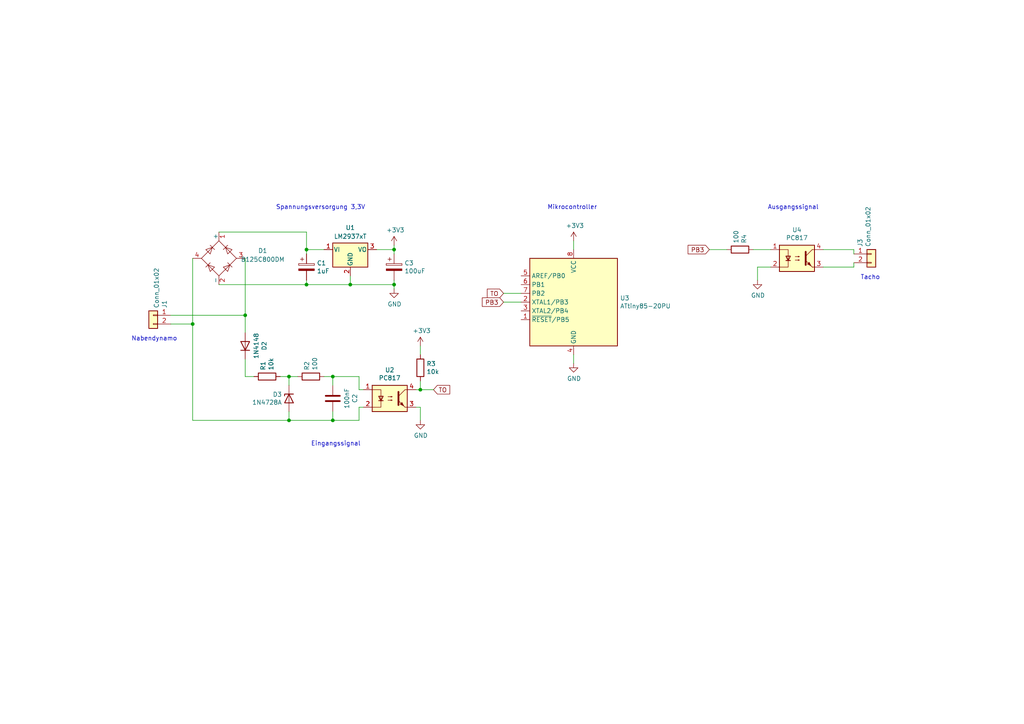
<source format=kicad_sch>
(kicad_sch (version 20230121) (generator eeschema)
  (paper "A4")
  (title_block (title "odoconv") (date "2023-08-09") (rev "1.0") (company "movatica"))
  (lib_symbols
    (symbol "Connector_Generic:Conn_01x02" (pin_names (offset 1.016) hide)
      (property "Reference" "J" (at 0 2.54 0))
      (property "Value" "Conn_01x02" (at 0 -5.08 0))
      (symbol "Conn_01x02_1_1"
        (rectangle (start -1.27 -2.413) (end 0 -2.667) (stroke (width 0.1524)))
        (rectangle (start -1.27 0.127) (end 0 -0.127) (stroke (width 0.1524)))
        (rectangle (start -1.27 1.27) (end 1.27 -3.81) (stroke (width 0.254)) (fill (type background)))
        (pin passive line (at -5.08 0 0) (length 3.81) (name "Pin_1") (number "1"))
        (pin passive line (at -5.08 -2.54 0) (length 3.81) (name "Pin_2") (number "2"))
      )
    )
    (symbol "Device:C" (pin_numbers hide) (pin_names (offset 0.254))
      (property "Reference" "C" (at 0.635 2.54 0))
      (property "Value" "C" (at 0.635 -2.54 0))
      (symbol "C_0_1"
        (polyline (pts (xy -2.032 -0.762) (xy 2.032 -0.762)) (stroke (width 0.508)))
        (polyline (pts (xy -2.032 0.762) (xy 2.032 0.762)) (stroke (width 0.508)))
      )
      (symbol "C_1_1"
        (pin passive line (at 0 3.81 270) (length 2.794) (name "~") (number "1"))
        (pin passive line (at 0 -3.81 90) (length 2.794) (name "~") (number "2"))
      )
    )
    (symbol "Device:CP" (pin_numbers hide) (pin_names (offset 0.254))
      (property "Reference" "C" (at 0.635 2.54 0))
      (property "Value" "Device_CP" (at 0.635 -2.54 0))
      (symbol "CP_0_1"
        (rectangle (start -2.286 0.508) (end 2.286 1.016))
        (polyline (pts (xy -1.778 2.286) (xy -0.762 2.286)))
        (polyline (pts (xy -1.27 2.794) (xy -1.27 1.778)))
        (rectangle (start 2.286 -0.508) (end -2.286 -1.016) (fill (type outline)))
      )
      (symbol "CP_1_1"
        (pin passive line (at 0 3.81 270) (length 2.794) (name "~") (number "1"))
        (pin passive line (at 0 -3.81 90) (length 2.794) (name "~") (number "2"))
      )
    )
    (symbol "Device:R" (pin_numbers hide) (pin_names (offset 0))
      (property "Reference" "R" (at 2.032 0 90))
      (property "Value" "R" (at 0 0 90))
      (symbol "R_0_1"
        (rectangle (start -1.016 -2.54) (end 1.016 2.54) (stroke (width 0.254)))
      )
      (symbol "R_1_1"
        (pin passive line (at 0 3.81 270) (length 1.27) (name "~") (number "1"))
        (pin passive line (at 0 -3.81 90) (length 1.27) (name "~") (number "2"))
      )
    )
    (symbol "Diode:1N4148" (pin_numbers hide) (pin_names (offset 1.016) hide)
      (property "Reference" "D" (at 0 2.54 0))
      (property "Value" "1N4148" (at 0 -2.54 0))
      (symbol "1N4148_0_1"
        (polyline (pts (xy -1.27 1.27) (xy -1.27 -1.27)) (stroke (width 0.254)))
        (polyline (pts (xy 1.27 0) (xy -1.27 0)))
        (polyline (pts (xy 1.27 1.27) (xy 1.27 -1.27) (xy -1.27 0) (xy 1.27 1.27)) (stroke (width 0.254)))
      )
      (symbol "1N4148_1_1"
        (pin passive line (at -3.81 0 0) (length 2.54) (name "K") (number "1"))
        (pin passive line (at 3.81 0 180) (length 2.54) (name "A") (number "2"))
      )
    )
    (symbol "Diode:1N47xxA" (pin_numbers hide) (pin_names (offset 1.016) hide)
      (property "Reference" "D" (at 0 2.54 0))
      (property "Value" "1N47xxA" (at 0 -2.54 0))
      (symbol "1N47xxA_0_1"
        (polyline (pts (xy 1.27 0) (xy -1.27 0)))
        (polyline (pts (xy -1.27 -1.27) (xy -1.27 1.27) (xy -0.762 1.27)) (stroke (width 0.254)))
        (polyline (pts (xy 1.27 -1.27) (xy 1.27 1.27) (xy -1.27 0) (xy 1.27 -1.27)) (stroke (width 0.254)))
      )
      (symbol "1N47xxA_1_1"
        (pin passive line (at -3.81 0 0) (length 2.54) (name "K") (number "1"))
        (pin passive line (at 3.81 0 180) (length 2.54) (name "A") (number "2"))
      )
    )
    (symbol "Diode_Bridge:B125C800DM" (pin_names (offset 0))
      (property "Reference" "D" (at 2.54 6.985 0))
      (property "Value" "B125C800DM" (at 2.54 5.08 0))
      (symbol "B125C800DM_0_1"
        (polyline (pts (xy -2.54 3.81) (xy -1.27 2.54)))
        (polyline (pts (xy -1.27 -2.54) (xy -2.54 -3.81)))
        (polyline (pts (xy 2.54 -1.27) (xy 3.81 -2.54)))
        (polyline (pts (xy 2.54 1.27) (xy 3.81 2.54)))
        (polyline (pts (xy -3.81 2.54) (xy -2.54 1.27) (xy -1.905 3.175) (xy -3.81 2.54)))
        (polyline (pts (xy -2.54 -1.27) (xy -3.81 -2.54) (xy -1.905 -3.175) (xy -2.54 -1.27)))
        (polyline (pts (xy 1.27 2.54) (xy 2.54 3.81) (xy 3.175 1.905) (xy 1.27 2.54)))
        (polyline (pts (xy 3.175 -1.905) (xy 1.27 -2.54) (xy 2.54 -3.81) (xy 3.175 -1.905)))
        (polyline (pts (xy -5.08 0) (xy 0 -5.08) (xy 5.08 0) (xy 0 5.08) (xy -5.08 0)))
      )
      (symbol "B125C800DM_1_1"
        (pin passive line (at 7.62 0 180) (length 2.54) (name "+") (number "1"))
        (pin passive line (at -7.62 0 0) (length 2.54) (name "-") (number "2"))
        (pin passive line (at 0 -7.62 90) (length 2.54) (name "~") (number "3"))
        (pin passive line (at 0 7.62 270) (length 2.54) (name "~") (number "4"))
      )
    )
    (symbol "Isolator:PC817" (pin_names (offset 1.016))
      (property "Reference" "U" (at -5.08 5.08 0))
      (property "Value" "PC817" (at 0 5.08 0))
      (symbol "PC817_0_1"
        (rectangle (start -5.08 3.81) (end 5.08 -3.81) (stroke (width 0.254)) (fill (type background)))
        (polyline (pts (xy -3.175 -0.635) (xy -1.905 -0.635)) (stroke (width 0.254)))
        (polyline (pts (xy 2.54 0.635) (xy 4.445 2.54)))
        (polyline (pts (xy 4.445 -2.54) (xy 2.54 -0.635)) (fill (type outline)))
        (polyline (pts (xy 4.445 -2.54) (xy 5.08 -2.54)))
        (polyline (pts (xy 4.445 2.54) (xy 5.08 2.54)))
        (polyline (pts (xy -5.08 2.54) (xy -2.54 2.54) (xy -2.54 -0.635)))
        (polyline (pts (xy -2.54 -0.635) (xy -2.54 -2.54) (xy -5.08 -2.54)))
        (polyline (pts (xy 2.54 1.905) (xy 2.54 -1.905) (xy 2.54 -1.905)) (stroke (width 0.508)))
        (polyline (pts (xy -2.54 -0.635) (xy -3.175 0.635) (xy -1.905 0.635) (xy -2.54 -0.635)) (stroke (width 0.254)))
        (polyline (pts (xy -0.508 -0.508) (xy 0.762 -0.508) (xy 0.381 -0.635) (xy 0.381 -0.381) (xy 0.762 -0.508)))
        (polyline (pts (xy -0.508 0.508) (xy 0.762 0.508) (xy 0.381 0.381) (xy 0.381 0.635) (xy 0.762 0.508)))
        (polyline (pts (xy 3.048 -1.651) (xy 3.556 -1.143) (xy 4.064 -2.159) (xy 3.048 -1.651) (xy 3.048 -1.651)) (fill (type outline)))
      )
      (symbol "PC817_1_1"
        (pin passive line (at -7.62 2.54 0) (length 2.54) (name "~") (number "1"))
        (pin passive line (at -7.62 -2.54 0) (length 2.54) (name "~") (number "2"))
        (pin passive line (at 7.62 -2.54 180) (length 2.54) (name "~") (number "3"))
        (pin passive line (at 7.62 2.54 180) (length 2.54) (name "~") (number "4"))
      )
    )
    (symbol "MCU_Microchip_ATtiny:ATtiny85-20PU"
      (property "Reference" "U" (at -12.7 13.97 0))
      (property "Value" "MCU_Microchip_ATtiny_ATtiny85-20PU" (at 2.54 -13.97 0))
      (symbol "ATtiny85-20PU_0_1"
        (rectangle (start -12.7 -12.7) (end 12.7 12.7) (stroke (width 0.254)) (fill (type background)))
      )
      (symbol "ATtiny85-20PU_1_1"
        (pin bidirectional line (at 15.24 -5.08 180) (length 2.54) (name "~{RESET}/PB5") (number "1"))
        (pin bidirectional line (at 15.24 0 180) (length 2.54) (name "XTAL1/PB3") (number "2"))
        (pin bidirectional line (at 15.24 -2.54 180) (length 2.54) (name "XTAL2/PB4") (number "3"))
        (pin power_in line (at 0 -15.24 90) (length 2.54) (name "GND") (number "4"))
        (pin bidirectional line (at 15.24 7.62 180) (length 2.54) (name "AREF/PB0") (number "5"))
        (pin bidirectional line (at 15.24 5.08 180) (length 2.54) (name "PB1") (number "6"))
        (pin bidirectional line (at 15.24 2.54 180) (length 2.54) (name "PB2") (number "7"))
        (pin power_in line (at 0 15.24 270) (length 2.54) (name "VCC") (number "8"))
      )
    )
    (symbol "Regulator_Linear:LM2937xT" (pin_names (offset 0.254))
      (property "Reference" "U" (at -3.81 3.175 0))
      (property "Value" "LM2937xT" (at 0 3.175 0))
      (symbol "LM2937xT_0_1"
        (rectangle (start -5.08 1.905) (end 5.08 -5.08) (stroke (width 0.254)) (fill (type background)))
      )
      (symbol "LM2937xT_1_1"
        (pin power_in line (at -7.62 0 0) (length 2.54) (name "VI") (number "1"))
        (pin power_in line (at 0 -7.62 90) (length 2.54) (name "GND") (number "2"))
        (pin power_out line (at 7.62 0 180) (length 2.54) (name "VO") (number "3"))
      )
    )
    (symbol "power:+3V3" (power) (pin_names (offset 0))
      (property "Value" "+3V3" (at 0 3.556 0))
      (symbol "+3V3_0_1"
        (polyline (pts (xy -0.762 1.27) (xy 0 2.54)))
        (polyline (pts (xy 0 0) (xy 0 2.54)))
        (polyline (pts (xy 0 2.54) (xy 0.762 1.27)))
      )
      (symbol "+3V3_1_1"
        (pin power_in line (at 0 0 90) (length 0) hide (name "+3V3") (number "1"))
      )
    )
    (symbol "power:GND" (power) (pin_names (offset 0))
      (property "Value" "GND" (at 0 -3.81 0))
      (symbol "GND_0_1"
        (polyline (pts (xy 0 0) (xy 0 -1.27) (xy 1.27 -1.27) (xy 0 -2.54) (xy -1.27 -1.27) (xy 0 -1.27)))
      )
      (symbol "GND_1_1"
        (pin power_in line (at 0 0 270) (length 0) hide (name "GND") (number "1"))
      )
    )
  )
  (junction (at 88.9 82.55))
  (junction (at 96.52 109.22))
  (junction (at 114.3 82.55))
  (junction (at 88.9 72.39))
  (junction (at 83.82 121.92))
  (junction (at 101.6 82.55))
  (junction (at 114.3 72.39))
  (junction (at 96.52 121.92))
  (junction (at 121.92 113.03))
  (junction (at 83.82 109.22))
  (junction (at 55.88 93.98))
  (junction (at 71.12 91.44))
  (wire (pts (xy 83.82 121.92) (xy 55.88 121.92)))
  (wire (pts (xy 104.14 109.22) (xy 104.14 113.03)))
  (wire (pts (xy 88.9 82.55) (xy 101.6 82.55)))
  (wire (pts (xy 114.3 72.39) (xy 114.3 73.66)))
  (wire (pts (xy 71.12 104.14) (xy 71.12 109.22)))
  (wire (pts (xy 83.82 111.76) (xy 83.82 109.22)))
  (wire (pts (xy 83.82 121.92) (xy 96.52 121.92)))
  (wire (pts (xy 101.6 82.55) (xy 114.3 82.55)))
  (wire (pts (xy 238.76 77.47) (xy 247.65 77.47)))
  (wire (pts (xy 96.52 121.92) (xy 104.14 121.92)))
  (wire (pts (xy 81.28 109.22) (xy 83.82 109.22)))
  (wire (pts (xy 151.13 87.63) (xy 146.05 87.63)))
  (wire (pts (xy 55.88 74.93) (xy 55.88 93.98)))
  (wire (pts (xy 114.3 71.12) (xy 114.3 72.39)))
  (wire (pts (xy 151.13 85.09) (xy 146.05 85.09)))
  (wire (pts (xy 121.92 110.49) (xy 121.92 113.03)))
  (wire (pts (xy 83.82 119.38) (xy 83.82 121.92)))
  (wire (pts (xy 63.5 67.31) (xy 88.9 67.31)))
  (wire (pts (xy 121.92 113.03) (xy 120.65 113.03)))
  (wire (pts (xy 166.37 102.87) (xy 166.37 105.41)))
  (wire (pts (xy 205.74 72.39) (xy 210.82 72.39)))
  (wire (pts (xy 121.92 121.92) (xy 121.92 118.11)))
  (wire (pts (xy 109.22 72.39) (xy 114.3 72.39)))
  (wire (pts (xy 96.52 109.22) (xy 96.52 111.76)))
  (wire (pts (xy 71.12 74.93) (xy 71.12 91.44)))
  (wire (pts (xy 114.3 82.55) (xy 114.3 81.28)))
  (wire (pts (xy 71.12 109.22) (xy 73.66 109.22)))
  (wire (pts (xy 88.9 82.55) (xy 88.9 81.28)))
  (wire (pts (xy 55.88 93.98) (xy 55.88 121.92)))
  (wire (pts (xy 121.92 113.03) (xy 125.73 113.03)))
  (wire (pts (xy 104.14 118.11) (xy 105.41 118.11)))
  (wire (pts (xy 88.9 72.39) (xy 93.98 72.39)))
  (wire (pts (xy 247.65 77.47) (xy 247.65 76.2)))
  (wire (pts (xy 71.12 91.44) (xy 71.12 96.52)))
  (wire (pts (xy 247.65 73.66) (xy 247.65 72.39)))
  (wire (pts (xy 247.65 72.39) (xy 238.76 72.39)))
  (wire (pts (xy 101.6 82.55) (xy 101.6 80.01)))
  (wire (pts (xy 88.9 72.39) (xy 88.9 67.31)))
  (wire (pts (xy 83.82 109.22) (xy 86.36 109.22)))
  (wire (pts (xy 49.53 93.98) (xy 55.88 93.98)))
  (wire (pts (xy 104.14 113.03) (xy 105.41 113.03)))
  (wire (pts (xy 96.52 109.22) (xy 104.14 109.22)))
  (wire (pts (xy 104.14 118.11) (xy 104.14 121.92)))
  (wire (pts (xy 96.52 119.38) (xy 96.52 121.92)))
  (wire (pts (xy 121.92 100.33) (xy 121.92 102.87)))
  (wire (pts (xy 218.44 72.39) (xy 223.52 72.39)))
  (wire (pts (xy 49.53 91.44) (xy 71.12 91.44)))
  (wire (pts (xy 63.5 82.55) (xy 88.9 82.55)))
  (wire (pts (xy 114.3 83.82) (xy 114.3 82.55)))
  (wire (pts (xy 121.92 118.11) (xy 120.65 118.11)))
  (wire (pts (xy 166.37 69.85) (xy 166.37 72.39)))
  (wire (pts (xy 93.98 109.22) (xy 96.52 109.22)))
  (wire (pts (xy 223.52 77.47) (xy 219.71 77.47)))
  (wire (pts (xy 88.9 72.39) (xy 88.9 73.66)))
  (wire (pts (xy 219.71 77.47) (xy 219.71 81.28)))
  (text "Spannungsversorgung 3,3V" (at 80.01 60.96 0) (effects (font (size 1.27 1.27)) (justify left bottom)))
  (text "Ausgangssignal" (at 237.49 60.96 0) (effects (font (size 1.27 1.27)) (justify right bottom)))
  (text "Nabendynamo" (at 38.1 99.06 0) (effects (font (size 1.27 1.27)) (justify left bottom)))
  (text "Eingangssignal" (at 90.17 129.54 0) (effects (font (size 1.27 1.27)) (justify left bottom)))
  (text "Mikrocontroller" (at 158.75 60.96 0) (effects (font (size 1.27 1.27)) (justify left bottom)))
  (text "Tacho" (at 255.27 81.28 0) (effects (font (size 1.27 1.27)) (justify right bottom)))
  (global_label "PB3" (shape input) (at 205.74 72.39 180) (property "Intersheetrefs" "${INTERSHEET_REFS}" (effects hide)) (property "Referenzen zwischen Schaltplänen" "${INTERSHEET_REFS}" (effects hide)))
  (global_label "TO" (shape input) (at 125.73 113.03 0) (property "Intersheetrefs" "${INTERSHEET_REFS}" (effects hide)) (property "Referenzen zwischen Schaltplänen" "${INTERSHEET_REFS}" (effects hide)))
  (global_label "PB3" (shape input) (at 146.05 87.63 180) (property "Intersheetrefs" "${INTERSHEET_REFS}" (effects hide)) (property "Referenzen zwischen Schaltplänen" "${INTERSHEET_REFS}" (effects hide)))
  (global_label "TO" (shape input) (at 146.05 85.09 180) (property "Intersheetrefs" "${INTERSHEET_REFS}" (effects hide)) (property "Referenzen zwischen Schaltplänen" "${INTERSHEET_REFS}" (effects hide)))
  (symbol (lib_id "MCU_Microchip_ATtiny:ATtiny85-20PU") (at 166.37 87.63 0) (mirror y) (unit 1)
    (property "Reference" "U3" (at 179.832 86.4616 0) (effects (justify right)))
    (property "Value" "ATtiny85-20PU" (at 179.832 88.773 0) (effects (justify right)))
    (property "Footprint" "Package_DIP:DIP-8_W7.62mm" (effects hide))
    (property "Datasheet" "http://ww1.microchip.com/downloads/en/DeviceDoc/atmel-2586-avr-8-bit-microcontroller-attiny25-attiny45-attiny85_datasheet.pdf" (effects hide))
  )
  (symbol (lib_id "Device:R") (at 77.47 109.22 90) (unit 1)
    (property "Reference" "R1" (at 76.3016 107.442 0) (effects (justify left)))
    (property "Value" "10k" (at 78.613 107.442 0) (effects (justify left)))
    (property "Footprint" "Resistor_SMD:R_0805_2012Metric_Pad1.20x1.40mm_HandSolder" (effects hide))
  )
  (symbol (lib_id "Device:C") (at 96.52 115.57 0) (unit 1)
    (property "Reference" "C2" (at 102.9208 115.57 90))
    (property "Value" "100nF" (at 100.6094 115.57 90))
    (property "Footprint" "Capacitor_SMD:C_0805_2012Metric_Pad1.18x1.45mm_HandSolder" (effects hide))
  )
  (symbol (lib_id "power:+3V3") (at 166.37 69.85 0) (unit 1)
    (property "Reference" "#PWR05" (effects hide))
    (property "Value" "+3V3" (at 166.751 65.4558 0))
  )
  (symbol (lib_id "power:GND") (at 166.37 105.41 0) (unit 1)
    (property "Reference" "#PWR06" (effects hide))
    (property "Value" "GND" (at 166.497 109.8042 0))
  )
  (symbol (lib_id "Device:R") (at 90.17 109.22 90) (unit 1)
    (property "Reference" "R2" (at 89.0016 107.442 0) (effects (justify left)))
    (property "Value" "100" (at 91.313 107.442 0) (effects (justify left)))
    (property "Footprint" "Resistor_SMD:R_0805_2012Metric_Pad1.20x1.40mm_HandSolder" (effects hide))
  )
  (symbol (lib_id "Connector_Generic:Conn_01x02") (at 252.73 73.66 0) (unit 1)
    (property "Reference" "J3" (at 249.4788 71.628 90) (effects (justify left)))
    (property "Value" "Conn_01x02" (at 251.7902 71.628 90) (effects (justify left)))
    (property "Footprint" "Connector_PinHeader_2.54mm:PinHeader_1x02_P2.54mm_Vertical" (effects hide))
  )
  (symbol (lib_id "Isolator:PC817") (at 113.03 115.57 0) (unit 1)
    (property "Reference" "U2" (at 113.03 107.315 0))
    (property "Value" "PC817" (at 113.03 109.6264 0))
    (property "Footprint" "Package_DIP:DIP-4_W7.62mm" (effects hide))
    (property "Datasheet" "http://www.soselectronic.cz/a_info/resource/d/pc817.pdf" (effects hide))
  )
  (symbol (lib_id "power:GND") (at 121.92 121.92 0) (unit 1)
    (property "Reference" "#PWR04" (effects hide))
    (property "Value" "GND" (at 122.047 126.3142 0))
  )
  (symbol (lib_id "Device:R") (at 121.92 106.68 0) (unit 1)
    (property "Reference" "R3" (at 123.698 105.5116 0) (effects (justify left)))
    (property "Value" "10k" (at 123.698 107.823 0) (effects (justify left)))
    (property "Footprint" "Resistor_SMD:R_0805_2012Metric_Pad1.20x1.40mm_HandSolder" (effects hide))
  )
  (symbol (lib_id "power:+3V3") (at 121.92 100.33 0) (unit 1)
    (property "Reference" "#PWR03" (effects hide))
    (property "Value" "+3V3" (at 122.301 95.9358 0))
  )
  (symbol (lib_id "Diode:1N4148") (at 71.12 100.33 90) (unit 1)
    (property "Reference" "D2" (at 76.6318 100.33 0))
    (property "Value" "1N4148" (at 74.3204 100.33 0))
    (property "Footprint" "Diode_THT:D_DO-35_SOD27_P7.62mm_Horizontal" (effects hide))
    (property "Datasheet" "https://assets.nexperia.com/documents/data-sheet/1N4148_1N4448.pdf" (effects hide))
  )
  (symbol (lib_id "Connector_Generic:Conn_01x02") (at 44.45 91.44 0) (mirror y) (unit 1)
    (property "Reference" "J1" (at 47.7012 89.408 90) (effects (justify left)))
    (property "Value" "Conn_01x02" (at 45.3898 89.408 90) (effects (justify left)))
    (property "Footprint" "Connector_PinHeader_2.54mm:PinHeader_1x02_P2.54mm_Vertical" (effects hide))
  )
  (symbol (lib_id "Diode:1N47xxA") (at 83.82 115.57 90) (mirror x) (unit 1)
    (property "Reference" "D3" (at 81.788 114.4016 90) (effects (justify left)))
    (property "Value" "1N4728A" (at 81.788 116.713 90) (effects (justify left)))
    (property "Footprint" "Diode_THT:D_DO-41_SOD81_P10.16mm_Horizontal" (effects hide))
    (property "Datasheet" "https://www.vishay.com/docs/85816/1n4728a.pdf" (effects hide))
  )
  (symbol (lib_id "Isolator:PC817") (at 231.14 74.93 0) (unit 1)
    (property "Reference" "U4" (at 231.14 66.675 0))
    (property "Value" "PC817" (at 231.14 68.9864 0))
    (property "Footprint" "Package_DIP:DIP-4_W7.62mm" (effects hide))
    (property "Datasheet" "http://www.soselectronic.cz/a_info/resource/d/pc817.pdf" (effects hide))
  )
  (symbol (lib_id "power:GND") (at 219.71 81.28 0) (unit 1)
    (property "Reference" "#PWR07" (effects hide))
    (property "Value" "GND" (at 219.837 85.6742 0))
  )
  (symbol (lib_id "Device:CP") (at 114.3 77.47 0) (unit 1)
    (property "Reference" "C3" (at 117.2972 76.3016 0) (effects (justify left)))
    (property "Value" "100uF" (at 117.2972 78.613 0) (effects (justify left)))
    (property "Footprint" "Capacitor_SMD:CP_Elec_5x5.4" (effects hide))
  )
  (symbol (lib_id "power:+3V3") (at 114.3 71.12 0) (unit 1)
    (property "Reference" "#PWR01" (effects hide))
    (property "Value" "+3V3" (at 114.681 66.7258 0))
  )
  (symbol (lib_id "power:GND") (at 114.3 83.82 0) (unit 1)
    (property "Reference" "#PWR02" (effects hide))
    (property "Value" "GND" (at 114.427 88.2142 0))
  )
  (symbol (lib_id "Device:CP") (at 88.9 77.47 0) (unit 1)
    (property "Reference" "C1" (at 91.8972 76.3016 0) (effects (justify left)))
    (property "Value" "1uF" (at 91.8972 78.613 0) (effects (justify left)))
    (property "Footprint" "Capacitor_SMD:CP_Elec_4x5.4" (effects hide))
  )
  (symbol (lib_id "Device:R") (at 214.63 72.39 270) (mirror x) (unit 1)
    (property "Reference" "R4" (at 215.7984 70.612 0) (effects (justify left)))
    (property "Value" "100" (at 213.487 70.612 0) (effects (justify left)))
    (property "Footprint" "Resistor_SMD:R_0805_2012Metric_Pad1.20x1.40mm_HandSolder" (effects hide))
  )
  (symbol (lib_id "Regulator_Linear:LM2937xT") (at 101.6 72.39 0) (unit 1)
    (property "Reference" "U1" (at 101.6 66.04 0))
    (property "Value" "LM2937xT" (at 101.6 68.58 0))
    (property "Footprint" "Package_TO_SOT_THT:TO-220-3_Vertical" (effects hide))
    (property "Datasheet" "http://www.ti.com/lit/ds/symlink/lm2937.pdf" (effects hide))
  )
  (symbol (lib_id "Diode_Bridge:B125C800DM") (at 63.5 74.93 90) (unit 1)
    (property "Reference" "D1" (at 76.2 72.7141 90))
    (property "Value" "B125C800DM" (at 76.2 75.2541 90))
    (property "Footprint" "Diode_THT:Diode_Bridge_DIP-4_W7.62mm_P5.08mm" (effects hide))
    (property "Datasheet" "https://www.vishay.com/docs/88533/800dm.pdf" (effects hide))
  )
)
</source>
